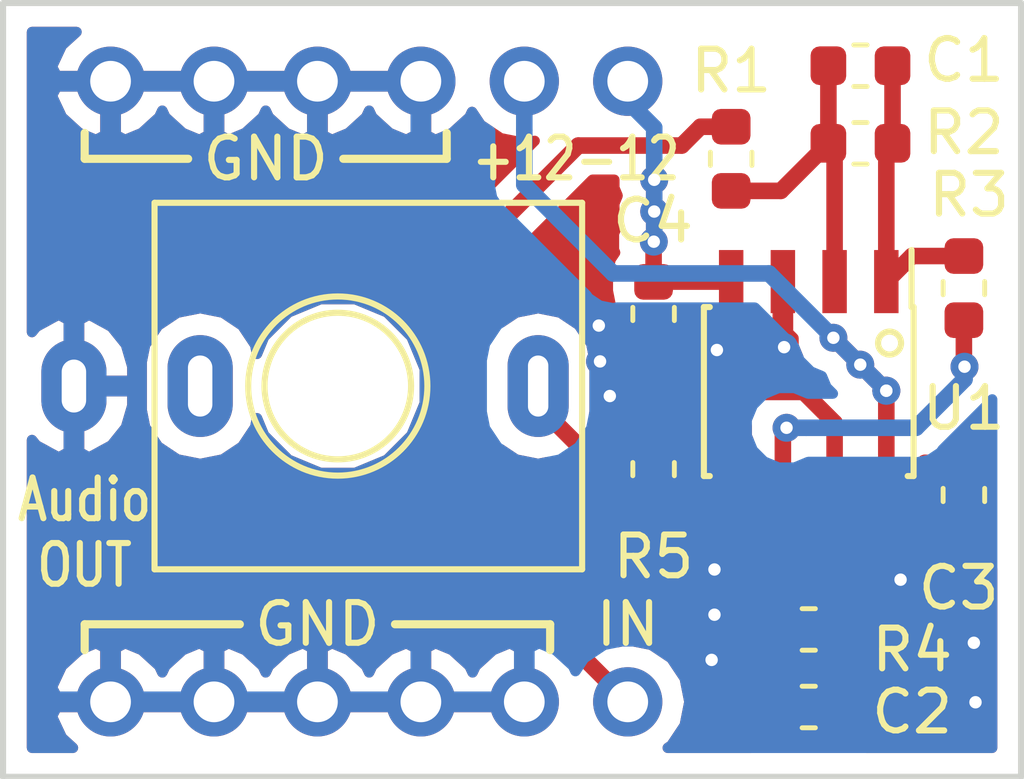
<source format=kicad_pcb>
(kicad_pcb (version 20171130) (host pcbnew "(5.0.0-3-g5ebb6b6)")

  (general
    (thickness 1.6)
    (drawings 19)
    (tracks 84)
    (zones 0)
    (modules 13)
    (nets 11)
  )

  (page A4)
  (layers
    (0 F.Cu signal)
    (31 B.Cu signal)
    (32 B.Adhes user)
    (33 F.Adhes user)
    (34 B.Paste user)
    (35 F.Paste user)
    (36 B.SilkS user)
    (37 F.SilkS user)
    (38 B.Mask user)
    (39 F.Mask user)
    (40 Dwgs.User user)
    (41 Cmts.User user)
    (42 Eco1.User user)
    (43 Eco2.User user)
    (44 Edge.Cuts user)
    (45 Margin user)
    (46 B.CrtYd user hide)
    (47 F.CrtYd user hide)
    (48 B.Fab user hide)
    (49 F.Fab user hide)
  )

  (setup
    (last_trace_width 0.4064)
    (user_trace_width 0.1524)
    (user_trace_width 0.254)
    (user_trace_width 0.4064)
    (user_trace_width 0.635)
    (trace_clearance 0.1524)
    (zone_clearance 0.508)
    (zone_45_only no)
    (trace_min 0.1524)
    (segment_width 0.2)
    (edge_width 0.15)
    (via_size 0.6858)
    (via_drill 0.3048)
    (via_min_size 0.6858)
    (via_min_drill 0.3048)
    (uvia_size 0.3048)
    (uvia_drill 0.1524)
    (uvias_allowed no)
    (uvia_min_size 0.2)
    (uvia_min_drill 0.1)
    (pcb_text_width 0.3)
    (pcb_text_size 1.5 1.5)
    (mod_edge_width 0.15)
    (mod_text_size 1 1)
    (mod_text_width 0.15)
    (pad_size 1.524 1.524)
    (pad_drill 0.762)
    (pad_to_mask_clearance 0.2)
    (aux_axis_origin 0 0)
    (visible_elements FFFFFF7F)
    (pcbplotparams
      (layerselection 0x010fc_ffffffff)
      (usegerberextensions false)
      (usegerberattributes false)
      (usegerberadvancedattributes false)
      (creategerberjobfile false)
      (excludeedgelayer true)
      (linewidth 0.100000)
      (plotframeref false)
      (viasonmask false)
      (mode 1)
      (useauxorigin false)
      (hpglpennumber 1)
      (hpglpenspeed 20)
      (hpglpendiameter 15.000000)
      (psnegative false)
      (psa4output false)
      (plotreference true)
      (plotvalue true)
      (plotinvisibletext false)
      (padsonsilk false)
      (subtractmaskfromsilk false)
      (outputformat 1)
      (mirror false)
      (drillshape 1)
      (scaleselection 1)
      (outputdirectory ""))
  )

  (net 0 "")
  (net 1 "Net-(C1-Pad1)")
  (net 2 GND)
  (net 3 "Net-(C2-Pad1)")
  (net 4 "Net-(C1-Pad2)")
  (net 5 "Net-(C2-Pad2)")
  (net 6 +12V)
  (net 7 -12V)
  (net 8 "Net-(J1-Pad1)")
  (net 9 "Net-(J2-PadTN)")
  (net 10 "Net-(J2-PadT)")

  (net_class Default "This is the default net class."
    (clearance 0.1524)
    (trace_width 0.1524)
    (via_dia 0.6858)
    (via_drill 0.3048)
    (uvia_dia 0.3048)
    (uvia_drill 0.1524)
    (diff_pair_gap 0.1524)
    (diff_pair_width 0.1524)
    (add_net +12V)
    (add_net -12V)
    (add_net GND)
    (add_net "Net-(C1-Pad1)")
    (add_net "Net-(C1-Pad2)")
    (add_net "Net-(C2-Pad1)")
    (add_net "Net-(C2-Pad2)")
    (add_net "Net-(J1-Pad1)")
    (add_net "Net-(J2-PadT)")
    (add_net "Net-(J2-PadTN)")
  )

  (module Connector_PinHeader_2.54mm:PinHeader_1x06_P2.54mm_Vertical (layer B.Cu) (tedit 5FCA88E1) (tstamp 5FCA86FB)
    (at 116.34 73.16 90)
    (descr "Through hole straight pin header, 1x06, 2.54mm pitch, single row")
    (tags "Through hole pin header THT 1x06 2.54mm single row")
    (path /5FC933AD)
    (fp_text reference J1 (at 0 2.33 90) (layer B.SilkS) hide
      (effects (font (size 1 1) (thickness 0.15)) (justify mirror))
    )
    (fp_text value IN (at 0 -15.03 90) (layer B.Fab)
      (effects (font (size 1 1) (thickness 0.15)) (justify mirror))
    )
    (fp_text user %R (at 0 -6.35) (layer B.Fab)
      (effects (font (size 1 1) (thickness 0.15)) (justify mirror))
    )
    (fp_line (start 1.8 1.8) (end -1.8 1.8) (layer B.CrtYd) (width 0.05))
    (fp_line (start 1.8 -14.5) (end 1.8 1.8) (layer B.CrtYd) (width 0.05))
    (fp_line (start -1.8 -14.5) (end 1.8 -14.5) (layer B.CrtYd) (width 0.05))
    (fp_line (start -1.8 1.8) (end -1.8 -14.5) (layer B.CrtYd) (width 0.05))
    (fp_line (start -1.27 0.635) (end -0.635 1.27) (layer B.Fab) (width 0.1))
    (fp_line (start -1.27 -13.97) (end -1.27 0.635) (layer B.Fab) (width 0.1))
    (fp_line (start 1.27 -13.97) (end -1.27 -13.97) (layer B.Fab) (width 0.1))
    (fp_line (start 1.27 1.27) (end 1.27 -13.97) (layer B.Fab) (width 0.1))
    (fp_line (start -0.635 1.27) (end 1.27 1.27) (layer B.Fab) (width 0.1))
    (pad 6 thru_hole oval (at 0 -12.7 90) (size 1.7 1.7) (drill 1) (layers *.Cu *.Mask)
      (net 2 GND))
    (pad 5 thru_hole oval (at 0 -10.16 90) (size 1.7 1.7) (drill 1) (layers *.Cu *.Mask)
      (net 2 GND))
    (pad 4 thru_hole oval (at 0 -7.62 90) (size 1.7 1.7) (drill 1) (layers *.Cu *.Mask)
      (net 2 GND))
    (pad 3 thru_hole oval (at 0 -5.08 90) (size 1.7 1.7) (drill 1) (layers *.Cu *.Mask)
      (net 2 GND))
    (pad 2 thru_hole oval (at 0 -2.54 90) (size 1.7 1.7) (drill 1) (layers *.Cu *.Mask)
      (net 2 GND))
    (pad 1 thru_hole oval (at 0 0 90) (size 1.7 1.7) (drill 1) (layers *.Cu *.Mask)
      (net 8 "Net-(J1-Pad1)"))
    (model ${KISYS3DMOD}/Connector_PinHeader_2.54mm.3dshapes/PinHeader_1x06_P2.54mm_Vertical.wrl
      (at (xyz 0 0 0))
      (scale (xyz 1 1 1))
      (rotate (xyz 0 0 0))
    )
  )

  (module Connector_PinHeader_2.54mm:PinHeader_1x06_P2.54mm_Vertical (layer B.Cu) (tedit 5FC942C9) (tstamp 5FCA2C6E)
    (at 103.64 57.92 270)
    (descr "Through hole straight pin header, 1x06, 2.54mm pitch, single row")
    (tags "Through hole pin header THT 1x06 2.54mm single row")
    (path /5FCA991E)
    (fp_text reference J3 (at 0 2.33 270) (layer B.SilkS) hide
      (effects (font (size 1 1) (thickness 0.15)) (justify mirror))
    )
    (fp_text value POWER (at 0 -15.03 270) (layer B.Fab)
      (effects (font (size 1 1) (thickness 0.15)) (justify mirror))
    )
    (fp_text user %R (at 0 -6.35 180) (layer B.Fab)
      (effects (font (size 1 1) (thickness 0.15)) (justify mirror))
    )
    (fp_line (start 1.8 1.8) (end -1.8 1.8) (layer B.CrtYd) (width 0.05))
    (fp_line (start 1.8 -14.5) (end 1.8 1.8) (layer B.CrtYd) (width 0.05))
    (fp_line (start -1.8 -14.5) (end 1.8 -14.5) (layer B.CrtYd) (width 0.05))
    (fp_line (start -1.8 1.8) (end -1.8 -14.5) (layer B.CrtYd) (width 0.05))
    (fp_line (start -1.27 0.635) (end -0.635 1.27) (layer B.Fab) (width 0.1))
    (fp_line (start -1.27 -13.97) (end -1.27 0.635) (layer B.Fab) (width 0.1))
    (fp_line (start 1.27 -13.97) (end -1.27 -13.97) (layer B.Fab) (width 0.1))
    (fp_line (start 1.27 1.27) (end 1.27 -13.97) (layer B.Fab) (width 0.1))
    (fp_line (start -0.635 1.27) (end 1.27 1.27) (layer B.Fab) (width 0.1))
    (pad 6 thru_hole oval (at 0 -12.7 270) (size 1.7 1.7) (drill 1) (layers *.Cu *.Mask)
      (net 7 -12V))
    (pad 5 thru_hole oval (at 0 -10.16 270) (size 1.7 1.7) (drill 1) (layers *.Cu *.Mask)
      (net 6 +12V))
    (pad 4 thru_hole oval (at 0 -7.62 270) (size 1.7 1.7) (drill 1) (layers *.Cu *.Mask)
      (net 2 GND))
    (pad 3 thru_hole oval (at 0 -5.08 270) (size 1.7 1.7) (drill 1) (layers *.Cu *.Mask)
      (net 2 GND))
    (pad 2 thru_hole oval (at 0 -2.54 270) (size 1.7 1.7) (drill 1) (layers *.Cu *.Mask)
      (net 2 GND))
    (pad 1 thru_hole oval (at 0 0 270) (size 1.7 1.7) (drill 1) (layers *.Cu *.Mask)
      (net 2 GND))
    (model ${KISYS3DMOD}/Connector_PinHeader_2.54mm.3dshapes/PinHeader_1x06_P2.54mm_Vertical.wrl
      (at (xyz 0 0 0))
      (scale (xyz 1 1 1))
      (rotate (xyz 0 0 0))
    )
  )

  (module Capacitor_SMD:C_0603_1608Metric (layer F.Cu) (tedit 5B301BBE) (tstamp 5FCA2467)
    (at 122.055 57.539 180)
    (descr "Capacitor SMD 0603 (1608 Metric), square (rectangular) end terminal, IPC_7351 nominal, (Body size source: http://www.tortai-tech.com/upload/download/2011102023233369053.pdf), generated with kicad-footprint-generator")
    (tags capacitor)
    (path /5FC94BD6)
    (attr smd)
    (fp_text reference C1 (at -2.54 0.135 180) (layer F.SilkS)
      (effects (font (size 1 1) (thickness 0.15)))
    )
    (fp_text value 47p (at 0 1.43 180) (layer F.Fab)
      (effects (font (size 1 1) (thickness 0.15)))
    )
    (fp_line (start -0.8 0.4) (end -0.8 -0.4) (layer F.Fab) (width 0.1))
    (fp_line (start -0.8 -0.4) (end 0.8 -0.4) (layer F.Fab) (width 0.1))
    (fp_line (start 0.8 -0.4) (end 0.8 0.4) (layer F.Fab) (width 0.1))
    (fp_line (start 0.8 0.4) (end -0.8 0.4) (layer F.Fab) (width 0.1))
    (fp_line (start -0.162779 -0.51) (end 0.162779 -0.51) (layer F.SilkS) (width 0.12))
    (fp_line (start -0.162779 0.51) (end 0.162779 0.51) (layer F.SilkS) (width 0.12))
    (fp_line (start -1.48 0.73) (end -1.48 -0.73) (layer F.CrtYd) (width 0.05))
    (fp_line (start -1.48 -0.73) (end 1.48 -0.73) (layer F.CrtYd) (width 0.05))
    (fp_line (start 1.48 -0.73) (end 1.48 0.73) (layer F.CrtYd) (width 0.05))
    (fp_line (start 1.48 0.73) (end -1.48 0.73) (layer F.CrtYd) (width 0.05))
    (fp_text user %R (at 0 0 180) (layer F.Fab)
      (effects (font (size 0.4 0.4) (thickness 0.06)))
    )
    (pad 1 smd roundrect (at -0.7875 0 180) (size 0.875 0.95) (layers F.Cu F.Paste F.Mask) (roundrect_rratio 0.25)
      (net 1 "Net-(C1-Pad1)"))
    (pad 2 smd roundrect (at 0.7875 0 180) (size 0.875 0.95) (layers F.Cu F.Paste F.Mask) (roundrect_rratio 0.25)
      (net 4 "Net-(C1-Pad2)"))
    (model ${KISYS3DMOD}/Capacitor_SMD.3dshapes/C_0603_1608Metric.wrl
      (at (xyz 0 0 0))
      (scale (xyz 1 1 1))
      (rotate (xyz 0 0 0))
    )
  )

  (module Capacitor_SMD:C_0603_1608Metric (layer F.Cu) (tedit 5B301BBE) (tstamp 5FCA2557)
    (at 120.785 73.287 180)
    (descr "Capacitor SMD 0603 (1608 Metric), square (rectangular) end terminal, IPC_7351 nominal, (Body size source: http://www.tortai-tech.com/upload/download/2011102023233369053.pdf), generated with kicad-footprint-generator")
    (tags capacitor)
    (path /5FCAFA2E)
    (attr smd)
    (fp_text reference C2 (at -2.54 -0.119 180) (layer F.SilkS)
      (effects (font (size 1 1) (thickness 0.15)))
    )
    (fp_text value 47p (at 0 1.43 180) (layer F.Fab)
      (effects (font (size 1 1) (thickness 0.15)))
    )
    (fp_text user %R (at 0 0 180) (layer F.Fab)
      (effects (font (size 0.4 0.4) (thickness 0.06)))
    )
    (fp_line (start 1.48 0.73) (end -1.48 0.73) (layer F.CrtYd) (width 0.05))
    (fp_line (start 1.48 -0.73) (end 1.48 0.73) (layer F.CrtYd) (width 0.05))
    (fp_line (start -1.48 -0.73) (end 1.48 -0.73) (layer F.CrtYd) (width 0.05))
    (fp_line (start -1.48 0.73) (end -1.48 -0.73) (layer F.CrtYd) (width 0.05))
    (fp_line (start -0.162779 0.51) (end 0.162779 0.51) (layer F.SilkS) (width 0.12))
    (fp_line (start -0.162779 -0.51) (end 0.162779 -0.51) (layer F.SilkS) (width 0.12))
    (fp_line (start 0.8 0.4) (end -0.8 0.4) (layer F.Fab) (width 0.1))
    (fp_line (start 0.8 -0.4) (end 0.8 0.4) (layer F.Fab) (width 0.1))
    (fp_line (start -0.8 -0.4) (end 0.8 -0.4) (layer F.Fab) (width 0.1))
    (fp_line (start -0.8 0.4) (end -0.8 -0.4) (layer F.Fab) (width 0.1))
    (pad 2 smd roundrect (at 0.7875 0 180) (size 0.875 0.95) (layers F.Cu F.Paste F.Mask) (roundrect_rratio 0.25)
      (net 5 "Net-(C2-Pad2)"))
    (pad 1 smd roundrect (at -0.7875 0 180) (size 0.875 0.95) (layers F.Cu F.Paste F.Mask) (roundrect_rratio 0.25)
      (net 3 "Net-(C2-Pad1)"))
    (model ${KISYS3DMOD}/Capacitor_SMD.3dshapes/C_0603_1608Metric.wrl
      (at (xyz 0 0 0))
      (scale (xyz 1 1 1))
      (rotate (xyz 0 0 0))
    )
  )

  (module Capacitor_SMD:C_0603_1608Metric (layer F.Cu) (tedit 5B301BBE) (tstamp 5FCA2527)
    (at 124.595 68.08 270)
    (descr "Capacitor SMD 0603 (1608 Metric), square (rectangular) end terminal, IPC_7351 nominal, (Body size source: http://www.tortai-tech.com/upload/download/2011102023233369053.pdf), generated with kicad-footprint-generator")
    (tags capacitor)
    (path /5FC94671)
    (attr smd)
    (fp_text reference C3 (at 2.286 0.127) (layer F.SilkS)
      (effects (font (size 1 1) (thickness 0.15)))
    )
    (fp_text value 100n (at 0 1.43 270) (layer F.Fab)
      (effects (font (size 1 1) (thickness 0.15)))
    )
    (fp_line (start -0.8 0.4) (end -0.8 -0.4) (layer F.Fab) (width 0.1))
    (fp_line (start -0.8 -0.4) (end 0.8 -0.4) (layer F.Fab) (width 0.1))
    (fp_line (start 0.8 -0.4) (end 0.8 0.4) (layer F.Fab) (width 0.1))
    (fp_line (start 0.8 0.4) (end -0.8 0.4) (layer F.Fab) (width 0.1))
    (fp_line (start -0.162779 -0.51) (end 0.162779 -0.51) (layer F.SilkS) (width 0.12))
    (fp_line (start -0.162779 0.51) (end 0.162779 0.51) (layer F.SilkS) (width 0.12))
    (fp_line (start -1.48 0.73) (end -1.48 -0.73) (layer F.CrtYd) (width 0.05))
    (fp_line (start -1.48 -0.73) (end 1.48 -0.73) (layer F.CrtYd) (width 0.05))
    (fp_line (start 1.48 -0.73) (end 1.48 0.73) (layer F.CrtYd) (width 0.05))
    (fp_line (start 1.48 0.73) (end -1.48 0.73) (layer F.CrtYd) (width 0.05))
    (fp_text user %R (at 0 0 270) (layer F.Fab)
      (effects (font (size 0.4 0.4) (thickness 0.06)))
    )
    (pad 1 smd roundrect (at -0.7875 0 270) (size 0.875 0.95) (layers F.Cu F.Paste F.Mask) (roundrect_rratio 0.25)
      (net 6 +12V))
    (pad 2 smd roundrect (at 0.7875 0 270) (size 0.875 0.95) (layers F.Cu F.Paste F.Mask) (roundrect_rratio 0.25)
      (net 2 GND))
    (model ${KISYS3DMOD}/Capacitor_SMD.3dshapes/C_0603_1608Metric.wrl
      (at (xyz 0 0 0))
      (scale (xyz 1 1 1))
      (rotate (xyz 0 0 0))
    )
  )

  (module Capacitor_SMD:C_0603_1608Metric (layer F.Cu) (tedit 5B301BBE) (tstamp 5FCA24F7)
    (at 116.975 63.635 90)
    (descr "Capacitor SMD 0603 (1608 Metric), square (rectangular) end terminal, IPC_7351 nominal, (Body size source: http://www.tortai-tech.com/upload/download/2011102023233369053.pdf), generated with kicad-footprint-generator")
    (tags capacitor)
    (path /5FCA8BA7)
    (attr smd)
    (fp_text reference C4 (at 2.285 -0.015 180) (layer F.SilkS)
      (effects (font (size 1 1) (thickness 0.15)))
    )
    (fp_text value 100n (at 0 1.43 90) (layer F.Fab)
      (effects (font (size 1 1) (thickness 0.15)))
    )
    (fp_text user %R (at 0 0 90) (layer F.Fab)
      (effects (font (size 0.4 0.4) (thickness 0.06)))
    )
    (fp_line (start 1.48 0.73) (end -1.48 0.73) (layer F.CrtYd) (width 0.05))
    (fp_line (start 1.48 -0.73) (end 1.48 0.73) (layer F.CrtYd) (width 0.05))
    (fp_line (start -1.48 -0.73) (end 1.48 -0.73) (layer F.CrtYd) (width 0.05))
    (fp_line (start -1.48 0.73) (end -1.48 -0.73) (layer F.CrtYd) (width 0.05))
    (fp_line (start -0.162779 0.51) (end 0.162779 0.51) (layer F.SilkS) (width 0.12))
    (fp_line (start -0.162779 -0.51) (end 0.162779 -0.51) (layer F.SilkS) (width 0.12))
    (fp_line (start 0.8 0.4) (end -0.8 0.4) (layer F.Fab) (width 0.1))
    (fp_line (start 0.8 -0.4) (end 0.8 0.4) (layer F.Fab) (width 0.1))
    (fp_line (start -0.8 -0.4) (end 0.8 -0.4) (layer F.Fab) (width 0.1))
    (fp_line (start -0.8 0.4) (end -0.8 -0.4) (layer F.Fab) (width 0.1))
    (pad 2 smd roundrect (at 0.7875 0 90) (size 0.875 0.95) (layers F.Cu F.Paste F.Mask) (roundrect_rratio 0.25)
      (net 7 -12V))
    (pad 1 smd roundrect (at -0.7875 0 90) (size 0.875 0.95) (layers F.Cu F.Paste F.Mask) (roundrect_rratio 0.25)
      (net 2 GND))
    (model ${KISYS3DMOD}/Capacitor_SMD.3dshapes/C_0603_1608Metric.wrl
      (at (xyz 0 0 0))
      (scale (xyz 1 1 1))
      (rotate (xyz 0 0 0))
    )
  )

  (module Resistor_SMD:R_0603_1608Metric (layer F.Cu) (tedit 5B301BBD) (tstamp 5FCA24C7)
    (at 118.88 59.825 90)
    (descr "Resistor SMD 0603 (1608 Metric), square (rectangular) end terminal, IPC_7351 nominal, (Body size source: http://www.tortai-tech.com/upload/download/2011102023233369053.pdf), generated with kicad-footprint-generator")
    (tags resistor)
    (path /5FC9316D)
    (attr smd)
    (fp_text reference R1 (at 2.159 0 180) (layer F.SilkS)
      (effects (font (size 1 1) (thickness 0.15)))
    )
    (fp_text value 10k (at 0 1.43 90) (layer F.Fab)
      (effects (font (size 1 1) (thickness 0.15)))
    )
    (fp_line (start -0.8 0.4) (end -0.8 -0.4) (layer F.Fab) (width 0.1))
    (fp_line (start -0.8 -0.4) (end 0.8 -0.4) (layer F.Fab) (width 0.1))
    (fp_line (start 0.8 -0.4) (end 0.8 0.4) (layer F.Fab) (width 0.1))
    (fp_line (start 0.8 0.4) (end -0.8 0.4) (layer F.Fab) (width 0.1))
    (fp_line (start -0.162779 -0.51) (end 0.162779 -0.51) (layer F.SilkS) (width 0.12))
    (fp_line (start -0.162779 0.51) (end 0.162779 0.51) (layer F.SilkS) (width 0.12))
    (fp_line (start -1.48 0.73) (end -1.48 -0.73) (layer F.CrtYd) (width 0.05))
    (fp_line (start -1.48 -0.73) (end 1.48 -0.73) (layer F.CrtYd) (width 0.05))
    (fp_line (start 1.48 -0.73) (end 1.48 0.73) (layer F.CrtYd) (width 0.05))
    (fp_line (start 1.48 0.73) (end -1.48 0.73) (layer F.CrtYd) (width 0.05))
    (fp_text user %R (at 0 0 90) (layer F.Fab)
      (effects (font (size 0.4 0.4) (thickness 0.06)))
    )
    (pad 1 smd roundrect (at -0.7875 0 90) (size 0.875 0.95) (layers F.Cu F.Paste F.Mask) (roundrect_rratio 0.25)
      (net 4 "Net-(C1-Pad2)"))
    (pad 2 smd roundrect (at 0.7875 0 90) (size 0.875 0.95) (layers F.Cu F.Paste F.Mask) (roundrect_rratio 0.25)
      (net 8 "Net-(J1-Pad1)"))
    (model ${KISYS3DMOD}/Resistor_SMD.3dshapes/R_0603_1608Metric.wrl
      (at (xyz 0 0 0))
      (scale (xyz 1 1 1))
      (rotate (xyz 0 0 0))
    )
  )

  (module Resistor_SMD:R_0603_1608Metric (layer F.Cu) (tedit 5B301BBD) (tstamp 5FCA2497)
    (at 122.055 59.444 180)
    (descr "Resistor SMD 0603 (1608 Metric), square (rectangular) end terminal, IPC_7351 nominal, (Body size source: http://www.tortai-tech.com/upload/download/2011102023233369053.pdf), generated with kicad-footprint-generator")
    (tags resistor)
    (path /5FCA6E46)
    (attr smd)
    (fp_text reference R2 (at -2.54 0.262 180) (layer F.SilkS)
      (effects (font (size 1 1) (thickness 0.15)))
    )
    (fp_text value 100k (at 0 1.43 180) (layer F.Fab)
      (effects (font (size 1 1) (thickness 0.15)))
    )
    (fp_text user %R (at 0 0 180) (layer F.Fab)
      (effects (font (size 0.4 0.4) (thickness 0.06)))
    )
    (fp_line (start 1.48 0.73) (end -1.48 0.73) (layer F.CrtYd) (width 0.05))
    (fp_line (start 1.48 -0.73) (end 1.48 0.73) (layer F.CrtYd) (width 0.05))
    (fp_line (start -1.48 -0.73) (end 1.48 -0.73) (layer F.CrtYd) (width 0.05))
    (fp_line (start -1.48 0.73) (end -1.48 -0.73) (layer F.CrtYd) (width 0.05))
    (fp_line (start -0.162779 0.51) (end 0.162779 0.51) (layer F.SilkS) (width 0.12))
    (fp_line (start -0.162779 -0.51) (end 0.162779 -0.51) (layer F.SilkS) (width 0.12))
    (fp_line (start 0.8 0.4) (end -0.8 0.4) (layer F.Fab) (width 0.1))
    (fp_line (start 0.8 -0.4) (end 0.8 0.4) (layer F.Fab) (width 0.1))
    (fp_line (start -0.8 -0.4) (end 0.8 -0.4) (layer F.Fab) (width 0.1))
    (fp_line (start -0.8 0.4) (end -0.8 -0.4) (layer F.Fab) (width 0.1))
    (pad 2 smd roundrect (at 0.7875 0 180) (size 0.875 0.95) (layers F.Cu F.Paste F.Mask) (roundrect_rratio 0.25)
      (net 4 "Net-(C1-Pad2)"))
    (pad 1 smd roundrect (at -0.7875 0 180) (size 0.875 0.95) (layers F.Cu F.Paste F.Mask) (roundrect_rratio 0.25)
      (net 1 "Net-(C1-Pad1)"))
    (model ${KISYS3DMOD}/Resistor_SMD.3dshapes/R_0603_1608Metric.wrl
      (at (xyz 0 0 0))
      (scale (xyz 1 1 1))
      (rotate (xyz 0 0 0))
    )
  )

  (module Resistor_SMD:R_0603_1608Metric (layer F.Cu) (tedit 5B301BBD) (tstamp 5FCA2587)
    (at 124.595 63 90)
    (descr "Resistor SMD 0603 (1608 Metric), square (rectangular) end terminal, IPC_7351 nominal, (Body size source: http://www.tortai-tech.com/upload/download/2011102023233369053.pdf), generated with kicad-footprint-generator")
    (tags resistor)
    (path /5FCA85EE)
    (attr smd)
    (fp_text reference R3 (at 2.286 0.127 180) (layer F.SilkS)
      (effects (font (size 1 1) (thickness 0.15)))
    )
    (fp_text value 100k (at 0 1.43 90) (layer F.Fab)
      (effects (font (size 1 1) (thickness 0.15)))
    )
    (fp_line (start -0.8 0.4) (end -0.8 -0.4) (layer F.Fab) (width 0.1))
    (fp_line (start -0.8 -0.4) (end 0.8 -0.4) (layer F.Fab) (width 0.1))
    (fp_line (start 0.8 -0.4) (end 0.8 0.4) (layer F.Fab) (width 0.1))
    (fp_line (start 0.8 0.4) (end -0.8 0.4) (layer F.Fab) (width 0.1))
    (fp_line (start -0.162779 -0.51) (end 0.162779 -0.51) (layer F.SilkS) (width 0.12))
    (fp_line (start -0.162779 0.51) (end 0.162779 0.51) (layer F.SilkS) (width 0.12))
    (fp_line (start -1.48 0.73) (end -1.48 -0.73) (layer F.CrtYd) (width 0.05))
    (fp_line (start -1.48 -0.73) (end 1.48 -0.73) (layer F.CrtYd) (width 0.05))
    (fp_line (start 1.48 -0.73) (end 1.48 0.73) (layer F.CrtYd) (width 0.05))
    (fp_line (start 1.48 0.73) (end -1.48 0.73) (layer F.CrtYd) (width 0.05))
    (fp_text user %R (at 0 0 90) (layer F.Fab)
      (effects (font (size 0.4 0.4) (thickness 0.06)))
    )
    (pad 1 smd roundrect (at -0.7875 0 90) (size 0.875 0.95) (layers F.Cu F.Paste F.Mask) (roundrect_rratio 0.25)
      (net 5 "Net-(C2-Pad2)"))
    (pad 2 smd roundrect (at 0.7875 0 90) (size 0.875 0.95) (layers F.Cu F.Paste F.Mask) (roundrect_rratio 0.25)
      (net 1 "Net-(C1-Pad1)"))
    (model ${KISYS3DMOD}/Resistor_SMD.3dshapes/R_0603_1608Metric.wrl
      (at (xyz 0 0 0))
      (scale (xyz 1 1 1))
      (rotate (xyz 0 0 0))
    )
  )

  (module Resistor_SMD:R_0603_1608Metric (layer F.Cu) (tedit 5B301BBD) (tstamp 5FCA263B)
    (at 120.785 71.382 180)
    (descr "Resistor SMD 0603 (1608 Metric), square (rectangular) end terminal, IPC_7351 nominal, (Body size source: http://www.tortai-tech.com/upload/download/2011102023233369053.pdf), generated with kicad-footprint-generator")
    (tags resistor)
    (path /5FC92D66)
    (attr smd)
    (fp_text reference R4 (at -2.54 -0.5 180) (layer F.SilkS)
      (effects (font (size 1 1) (thickness 0.15)))
    )
    (fp_text value 100k (at 0 1.43 180) (layer F.Fab)
      (effects (font (size 1 1) (thickness 0.15)))
    )
    (fp_text user %R (at 0 0 180) (layer F.Fab)
      (effects (font (size 0.4 0.4) (thickness 0.06)))
    )
    (fp_line (start 1.48 0.73) (end -1.48 0.73) (layer F.CrtYd) (width 0.05))
    (fp_line (start 1.48 -0.73) (end 1.48 0.73) (layer F.CrtYd) (width 0.05))
    (fp_line (start -1.48 -0.73) (end 1.48 -0.73) (layer F.CrtYd) (width 0.05))
    (fp_line (start -1.48 0.73) (end -1.48 -0.73) (layer F.CrtYd) (width 0.05))
    (fp_line (start -0.162779 0.51) (end 0.162779 0.51) (layer F.SilkS) (width 0.12))
    (fp_line (start -0.162779 -0.51) (end 0.162779 -0.51) (layer F.SilkS) (width 0.12))
    (fp_line (start 0.8 0.4) (end -0.8 0.4) (layer F.Fab) (width 0.1))
    (fp_line (start 0.8 -0.4) (end 0.8 0.4) (layer F.Fab) (width 0.1))
    (fp_line (start -0.8 -0.4) (end 0.8 -0.4) (layer F.Fab) (width 0.1))
    (fp_line (start -0.8 0.4) (end -0.8 -0.4) (layer F.Fab) (width 0.1))
    (pad 2 smd roundrect (at 0.7875 0 180) (size 0.875 0.95) (layers F.Cu F.Paste F.Mask) (roundrect_rratio 0.25)
      (net 5 "Net-(C2-Pad2)"))
    (pad 1 smd roundrect (at -0.7875 0 180) (size 0.875 0.95) (layers F.Cu F.Paste F.Mask) (roundrect_rratio 0.25)
      (net 3 "Net-(C2-Pad1)"))
    (model ${KISYS3DMOD}/Resistor_SMD.3dshapes/R_0603_1608Metric.wrl
      (at (xyz 0 0 0))
      (scale (xyz 1 1 1))
      (rotate (xyz 0 0 0))
    )
  )

  (module Resistor_SMD:R_0603_1608Metric (layer F.Cu) (tedit 5B301BBD) (tstamp 5FC96AFD)
    (at 116.975 67.445 90)
    (descr "Resistor SMD 0603 (1608 Metric), square (rectangular) end terminal, IPC_7351 nominal, (Body size source: http://www.tortai-tech.com/upload/download/2011102023233369053.pdf), generated with kicad-footprint-generator")
    (tags resistor)
    (path /5FC9323B)
    (attr smd)
    (fp_text reference R5 (at -2.151 0 -180) (layer F.SilkS)
      (effects (font (size 1 1) (thickness 0.15)))
    )
    (fp_text value 1k (at 0 1.43 90) (layer F.Fab)
      (effects (font (size 1 1) (thickness 0.15)))
    )
    (fp_line (start -0.8 0.4) (end -0.8 -0.4) (layer F.Fab) (width 0.1))
    (fp_line (start -0.8 -0.4) (end 0.8 -0.4) (layer F.Fab) (width 0.1))
    (fp_line (start 0.8 -0.4) (end 0.8 0.4) (layer F.Fab) (width 0.1))
    (fp_line (start 0.8 0.4) (end -0.8 0.4) (layer F.Fab) (width 0.1))
    (fp_line (start -0.162779 -0.51) (end 0.162779 -0.51) (layer F.SilkS) (width 0.12))
    (fp_line (start -0.162779 0.51) (end 0.162779 0.51) (layer F.SilkS) (width 0.12))
    (fp_line (start -1.48 0.73) (end -1.48 -0.73) (layer F.CrtYd) (width 0.05))
    (fp_line (start -1.48 -0.73) (end 1.48 -0.73) (layer F.CrtYd) (width 0.05))
    (fp_line (start 1.48 -0.73) (end 1.48 0.73) (layer F.CrtYd) (width 0.05))
    (fp_line (start 1.48 0.73) (end -1.48 0.73) (layer F.CrtYd) (width 0.05))
    (fp_text user %R (at 0 0 90) (layer F.Fab)
      (effects (font (size 0.4 0.4) (thickness 0.06)))
    )
    (pad 1 smd roundrect (at -0.7875 0 90) (size 0.875 0.95) (layers F.Cu F.Paste F.Mask) (roundrect_rratio 0.25)
      (net 10 "Net-(J2-PadT)"))
    (pad 2 smd roundrect (at 0.7875 0 90) (size 0.875 0.95) (layers F.Cu F.Paste F.Mask) (roundrect_rratio 0.25)
      (net 3 "Net-(C2-Pad1)"))
    (model ${KISYS3DMOD}/Resistor_SMD.3dshapes/R_0603_1608Metric.wrl
      (at (xyz 0 0 0))
      (scale (xyz 1 1 1))
      (rotate (xyz 0 0 0))
    )
  )

  (module Package_SO:SOIC-8_3.9x4.9mm_P1.27mm (layer F.Cu) (tedit 5A02F2D3) (tstamp 5FCA25C3)
    (at 120.785 65.54 270)
    (descr "8-Lead Plastic Small Outline (SN) - Narrow, 3.90 mm Body [SOIC] (see Microchip Packaging Specification 00000049BS.pdf)")
    (tags "SOIC 1.27")
    (path /5FC92B57)
    (attr smd)
    (fp_text reference U1 (at 0.41 -3.805) (layer F.SilkS)
      (effects (font (size 1 1) (thickness 0.15)))
    )
    (fp_text value TL072 (at 0 3.5 270) (layer F.Fab)
      (effects (font (size 1 1) (thickness 0.15)))
    )
    (fp_text user %R (at 0 0 270) (layer F.Fab)
      (effects (font (size 1 1) (thickness 0.15)))
    )
    (fp_line (start -0.95 -2.45) (end 1.95 -2.45) (layer F.Fab) (width 0.1))
    (fp_line (start 1.95 -2.45) (end 1.95 2.45) (layer F.Fab) (width 0.1))
    (fp_line (start 1.95 2.45) (end -1.95 2.45) (layer F.Fab) (width 0.1))
    (fp_line (start -1.95 2.45) (end -1.95 -1.45) (layer F.Fab) (width 0.1))
    (fp_line (start -1.95 -1.45) (end -0.95 -2.45) (layer F.Fab) (width 0.1))
    (fp_line (start -3.73 -2.7) (end -3.73 2.7) (layer F.CrtYd) (width 0.05))
    (fp_line (start 3.73 -2.7) (end 3.73 2.7) (layer F.CrtYd) (width 0.05))
    (fp_line (start -3.73 -2.7) (end 3.73 -2.7) (layer F.CrtYd) (width 0.05))
    (fp_line (start -3.73 2.7) (end 3.73 2.7) (layer F.CrtYd) (width 0.05))
    (fp_line (start -2.075 -2.575) (end -2.075 -2.525) (layer F.SilkS) (width 0.15))
    (fp_line (start 2.075 -2.575) (end 2.075 -2.43) (layer F.SilkS) (width 0.15))
    (fp_line (start 2.075 2.575) (end 2.075 2.43) (layer F.SilkS) (width 0.15))
    (fp_line (start -2.075 2.575) (end -2.075 2.43) (layer F.SilkS) (width 0.15))
    (fp_line (start -2.075 -2.575) (end 2.075 -2.575) (layer F.SilkS) (width 0.15))
    (fp_line (start -2.075 2.575) (end 2.075 2.575) (layer F.SilkS) (width 0.15))
    (fp_line (start -2.075 -2.525) (end -3.475 -2.525) (layer F.SilkS) (width 0.15))
    (pad 1 smd rect (at -2.7 -1.905 270) (size 1.55 0.6) (layers F.Cu F.Paste F.Mask)
      (net 1 "Net-(C1-Pad1)"))
    (pad 2 smd rect (at -2.7 -0.635 270) (size 1.55 0.6) (layers F.Cu F.Paste F.Mask)
      (net 4 "Net-(C1-Pad2)"))
    (pad 3 smd rect (at -2.7 0.635 270) (size 1.55 0.6) (layers F.Cu F.Paste F.Mask)
      (net 2 GND))
    (pad 4 smd rect (at -2.7 1.905 270) (size 1.55 0.6) (layers F.Cu F.Paste F.Mask)
      (net 7 -12V))
    (pad 5 smd rect (at 2.7 1.905 270) (size 1.55 0.6) (layers F.Cu F.Paste F.Mask)
      (net 2 GND))
    (pad 6 smd rect (at 2.7 0.635 270) (size 1.55 0.6) (layers F.Cu F.Paste F.Mask)
      (net 5 "Net-(C2-Pad2)"))
    (pad 7 smd rect (at 2.7 -0.635 270) (size 1.55 0.6) (layers F.Cu F.Paste F.Mask)
      (net 3 "Net-(C2-Pad1)"))
    (pad 8 smd rect (at 2.7 -1.905 270) (size 1.55 0.6) (layers F.Cu F.Paste F.Mask)
      (net 6 +12V))
    (model ${KISYS3DMOD}/Package_SO.3dshapes/SOIC-8_3.9x4.9mm_P1.27mm.wrl
      (at (xyz 0 0 0))
      (scale (xyz 1 1 1))
      (rotate (xyz 0 0 0))
    )
  )

  (module Connector_Thonk:ThonkiconnJack (layer F.Cu) (tedit 5FCA8A60) (tstamp 5FCA8714)
    (at 109.22 65.405 270)
    (path /5FC82E98)
    (fp_text reference J2 (at 0 -7.5 270) (layer F.SilkS) hide
      (effects (font (size 1 1) (thickness 0.15)))
    )
    (fp_text value OUT (at 0 9.3 270) (layer F.Fab)
      (effects (font (size 1 1) (thickness 0.15)))
    )
    (fp_circle (center 0 0) (end 2.2 0) (layer F.SilkS) (width 0.15))
    (fp_line (start -4.5 4.5) (end 4.5 4.5) (layer F.SilkS) (width 0.15))
    (fp_line (start 4.5 -6) (end 4.5 4.5) (layer F.SilkS) (width 0.15))
    (fp_line (start -4.5 -6) (end -4.5 4.5) (layer F.SilkS) (width 0.15))
    (fp_line (start -4.5 -6) (end 4.5 -6) (layer F.SilkS) (width 0.15))
    (fp_circle (center 0 0) (end 1.8 0) (layer F.SilkS) (width 0.15))
    (pad S thru_hole oval (at 0 6.48 270) (size 2.3 1.6) (drill oval 1.3 0.6) (layers *.Cu *.Mask)
      (net 2 GND))
    (pad TN thru_hole oval (at 0 3.38 270) (size 2.5 1.6) (drill oval 1.5 0.6) (layers *.Cu *.Mask)
      (net 9 "Net-(J2-PadTN)"))
    (pad T thru_hole oval (at 0 -4.92 270) (size 2.5 1.5) (drill oval 1.5 0.5) (layers *.Cu *.Mask)
      (net 10 "Net-(J2-PadT)"))
    (pad "" np_thru_hole circle (at 0 0 270) (size 3 3) (drill 3) (layers *.Cu *.Mask))
  )

  (gr_circle (center 122.77 64.35) (end 123.052843 64.35) (layer F.SilkS) (width 0.15))
  (gr_text "Audio\nOUT" (at 103 69) (layer F.SilkS) (tstamp 5FC9695F)
    (effects (font (size 1 0.8) (thickness 0.15)))
  )
  (gr_line (start 101 56) (end 101 75) (layer Edge.Cuts) (width 0.15))
  (gr_line (start 126 56) (end 101 56) (layer Edge.Cuts) (width 0.15))
  (gr_line (start 126 75) (end 126 56) (layer Edge.Cuts) (width 0.15))
  (gr_line (start 101 75) (end 126 75) (layer Edge.Cuts) (width 0.15))
  (gr_text IN (at 116.34 71.255) (layer F.SilkS) (tstamp 5FCA3192)
    (effects (font (size 1 1) (thickness 0.15)))
  )
  (gr_line (start 114.435 71.255) (end 114.435 71.89) (layer F.SilkS) (width 0.2))
  (gr_line (start 110.625 71.255) (end 114.435 71.255) (layer F.SilkS) (width 0.2))
  (gr_line (start 103.005 71.255) (end 106.815 71.255) (layer F.SilkS) (width 0.2))
  (gr_line (start 103.005 71.89) (end 103.005 71.255) (layer F.SilkS) (width 0.2))
  (gr_text GND (at 108.72 71.255) (layer F.SilkS) (tstamp 5FCA3176)
    (effects (font (size 1 1) (thickness 0.15)))
  )
  (gr_line (start 111.895 59.825) (end 111.895 59.19) (layer F.SilkS) (width 0.2))
  (gr_line (start 109.355 59.825) (end 111.895 59.825) (layer F.SilkS) (width 0.2))
  (gr_line (start 103.005 59.825) (end 105.545 59.825) (layer F.SilkS) (width 0.2))
  (gr_line (start 103.005 59.19) (end 103.005 59.825) (layer F.SilkS) (width 0.2))
  (gr_text GND (at 107.45 59.825) (layer F.SilkS) (tstamp 5FCA316C)
    (effects (font (size 1 1) (thickness 0.15)))
  )
  (gr_text -12 (at 116.34 59.825) (layer F.SilkS) (tstamp 5FCA3144)
    (effects (font (size 1 0.8) (thickness 0.15)))
  )
  (gr_text +12 (at 113.8 59.825) (layer F.SilkS)
    (effects (font (size 1 0.8) (thickness 0.15)))
  )

  (segment (start 122.8425 57.539) (end 122.8425 59.444) (width 0.4064) (layer F.Cu) (net 1))
  (segment (start 123.3175 62.2125) (end 122.69 62.84) (width 0.4064) (layer F.Cu) (net 1))
  (segment (start 124.595 62.2125) (end 123.3175 62.2125) (width 0.4064) (layer F.Cu) (net 1))
  (segment (start 122.69 59.5965) (end 122.8425 59.444) (width 0.4064) (layer F.Cu) (net 1))
  (segment (start 122.69 62.84) (end 122.69 59.5965) (width 0.4064) (layer F.Cu) (net 1))
  (via (at 118.4 72.13) (size 0.6858) (drill 0.3048) (layers F.Cu B.Cu) (net 2))
  (via (at 115.9 65.65) (size 0.6858) (drill 0.3048) (layers F.Cu B.Cu) (net 2))
  (via (at 118.47 69.91) (size 0.6858) (drill 0.3048) (layers F.Cu B.Cu) (net 2))
  (via (at 118.47 71.02) (size 0.6858) (drill 0.3048) (layers F.Cu B.Cu) (net 2))
  (via (at 123.04 70.16) (size 0.6858) (drill 0.3048) (layers F.Cu B.Cu) (net 2))
  (via (at 124.84 71.71) (size 0.6858) (drill 0.3048) (layers F.Cu B.Cu) (net 2))
  (via (at 124.88 73.17) (size 0.6858) (drill 0.3048) (layers F.Cu B.Cu) (net 2))
  (via (at 115.63 63.92) (size 0.6858) (drill 0.3048) (layers F.Cu B.Cu) (net 2))
  (via (at 118.53 64.52) (size 0.6858) (drill 0.3048) (layers F.Cu B.Cu) (net 2))
  (via (at 120.18 64.45) (size 0.6858) (drill 0.3048) (layers F.Cu B.Cu) (net 2))
  (via (at 115.66 64.8) (size 0.6858) (drill 0.3048) (layers F.Cu B.Cu) (net 2) (tstamp 5FCA8BD5))
  (segment (start 121.5725 71.382) (end 121.5725 73.287) (width 0.4064) (layer F.Cu) (net 3))
  (segment (start 118.0825 65.55) (end 117.436612 66.195888) (width 0.4064) (layer F.Cu) (net 3))
  (segment (start 117.436612 66.195888) (end 116.975 66.6575) (width 0.4064) (layer F.Cu) (net 3))
  (segment (start 120.66 65.55) (end 118.0825 65.55) (width 0.4064) (layer F.Cu) (net 3))
  (segment (start 121.42 66.31) (end 120.66 65.55) (width 0.4064) (layer F.Cu) (net 3))
  (segment (start 121.42 68.24) (end 121.42 66.31) (width 0.4064) (layer F.Cu) (net 3))
  (segment (start 121.42 71.2295) (end 121.5725 71.382) (width 0.4064) (layer F.Cu) (net 3))
  (segment (start 121.42 68.24) (end 121.42 71.2295) (width 0.4064) (layer F.Cu) (net 3))
  (segment (start 121.2675 57.539) (end 121.2675 59.444) (width 0.4064) (layer F.Cu) (net 4))
  (segment (start 120.099 60.6125) (end 121.2675 59.444) (width 0.4064) (layer F.Cu) (net 4))
  (segment (start 118.88 60.6125) (end 120.099 60.6125) (width 0.4064) (layer F.Cu) (net 4))
  (segment (start 121.42 59.5965) (end 121.2675 59.444) (width 0.4064) (layer F.Cu) (net 4))
  (segment (start 121.42 62.84) (end 121.42 59.5965) (width 0.4064) (layer F.Cu) (net 4))
  (segment (start 119.9975 71.382) (end 119.9975 73.287) (width 0.4064) (layer F.Cu) (net 5))
  (via (at 124.61 64.93) (size 0.6858) (drill 0.3048) (layers F.Cu B.Cu) (net 5))
  (segment (start 124.595 64.915) (end 124.61 64.93) (width 0.4064) (layer F.Cu) (net 5))
  (segment (start 124.595 63.7875) (end 124.595 64.915) (width 0.4064) (layer F.Cu) (net 5))
  (segment (start 120.15 68.24) (end 120.15 66.52) (width 0.4064) (layer F.Cu) (net 5))
  (segment (start 120.15 66.52) (end 120.24 66.43) (width 0.4064) (layer F.Cu) (net 5))
  (via (at 120.24 66.43) (size 0.6858) (drill 0.3048) (layers F.Cu B.Cu) (net 5))
  (segment (start 120.15 71.2295) (end 119.9975 71.382) (width 0.4064) (layer F.Cu) (net 5))
  (segment (start 120.15 68.24) (end 120.15 71.2295) (width 0.4064) (layer F.Cu) (net 5))
  (segment (start 120.724933 66.43) (end 120.24 66.43) (width 0.4064) (layer B.Cu) (net 5))
  (segment (start 123.42 66.43) (end 120.724933 66.43) (width 0.4064) (layer B.Cu) (net 5))
  (segment (start 124.61 65.24) (end 123.42 66.43) (width 0.4064) (layer B.Cu) (net 5))
  (segment (start 124.61 64.93) (end 124.61 65.24) (width 0.4064) (layer B.Cu) (net 5))
  (segment (start 123.6375 67.2925) (end 122.69 68.24) (width 0.4064) (layer F.Cu) (net 6))
  (segment (start 124.595 67.2925) (end 123.6375 67.2925) (width 0.4064) (layer F.Cu) (net 6))
  (via (at 121.39 64.22) (size 0.6858) (drill 0.3048) (layers F.Cu B.Cu) (net 6))
  (via (at 122.05 64.88) (size 0.6858) (drill 0.3048) (layers F.Cu B.Cu) (net 6))
  (segment (start 121.39 64.22) (end 122.09 64.92) (width 0.4064) (layer B.Cu) (net 6))
  (segment (start 122.392899 65.222899) (end 122.05 64.88) (width 0.4064) (layer F.Cu) (net 6))
  (segment (start 122.69 68.24) (end 122.69 65.52) (width 0.4064) (layer F.Cu) (net 6))
  (segment (start 122.69 65.52) (end 122.392899 65.222899) (width 0.4064) (layer B.Cu) (net 6))
  (segment (start 122.69 65.52) (end 122.392899 65.222899) (width 0.4064) (layer F.Cu) (net 6))
  (segment (start 122.392899 65.222899) (end 122.05 64.88) (width 0.4064) (layer B.Cu) (net 6))
  (via (at 122.69 65.52) (size 0.6858) (drill 0.3048) (layers F.Cu B.Cu) (net 6) (tstamp 5FCA2F63))
  (via (at 122.69 65.52) (size 0.6858) (drill 0.3048) (layers F.Cu B.Cu) (net 6))
  (segment (start 122.05 64.88) (end 121.39 64.22) (width 0.4064) (layer F.Cu) (net 6))
  (segment (start 113.8 59.122081) (end 113.8 57.92) (width 0.4064) (layer B.Cu) (net 6))
  (segment (start 113.8 60.46) (end 113.8 59.122081) (width 0.4064) (layer B.Cu) (net 6))
  (segment (start 115.98 62.64) (end 113.8 60.46) (width 0.4064) (layer B.Cu) (net 6))
  (segment (start 119.81 62.64) (end 115.98 62.64) (width 0.4064) (layer B.Cu) (net 6))
  (segment (start 121.39 64.22) (end 119.81 62.64) (width 0.4064) (layer B.Cu) (net 6))
  (segment (start 116.9825 62.84) (end 116.975 62.8475) (width 0.4064) (layer F.Cu) (net 7))
  (segment (start 118.88 62.84) (end 116.9825 62.84) (width 0.4064) (layer F.Cu) (net 7))
  (via (at 116.99 60.34) (size 0.6858) (drill 0.3048) (layers F.Cu B.Cu) (net 7))
  (via (at 116.99 61.12) (size 0.6858) (drill 0.3048) (layers F.Cu B.Cu) (net 7))
  (segment (start 116.99 60.34) (end 116.99 61.12) (width 0.4064) (layer F.Cu) (net 7))
  (via (at 116.98 61.86) (size 0.6858) (drill 0.3048) (layers F.Cu B.Cu) (net 7))
  (segment (start 116.975 62.8475) (end 116.975 61.865) (width 0.4064) (layer F.Cu) (net 7))
  (segment (start 116.99 60.34) (end 116.99 61.85) (width 0.4064) (layer B.Cu) (net 7))
  (segment (start 116.99 61.85) (end 116.98 61.86) (width 0.4064) (layer B.Cu) (net 7))
  (segment (start 116.975 61.865) (end 116.98 61.86) (width 0.4064) (layer F.Cu) (net 7))
  (segment (start 116.99 61.12) (end 116.99 61.85) (width 0.4064) (layer F.Cu) (net 7))
  (segment (start 116.99 61.85) (end 116.98 61.86) (width 0.4064) (layer F.Cu) (net 7))
  (segment (start 116.34 58.41) (end 116.99 59.06) (width 0.4064) (layer B.Cu) (net 7))
  (segment (start 116.99 59.06) (end 116.99 60.34) (width 0.4064) (layer B.Cu) (net 7))
  (segment (start 116.34 57.92) (end 116.34 58.41) (width 0.4064) (layer B.Cu) (net 7))
  (segment (start 115.125888 59.499112) (end 112.395 62.23) (width 0.4064) (layer F.Cu) (net 8))
  (segment (start 118.88 59.0375) (end 118.1275 59.0375) (width 0.4064) (layer F.Cu) (net 8))
  (segment (start 117.665888 59.499112) (end 115.125888 59.499112) (width 0.4064) (layer F.Cu) (net 8))
  (segment (start 112.395 62.23) (end 112.395 69.215) (width 0.4064) (layer F.Cu) (net 8))
  (segment (start 118.1275 59.0375) (end 117.665888 59.499112) (width 0.4064) (layer F.Cu) (net 8))
  (segment (start 112.395 69.215) (end 116.34 73.16) (width 0.4064) (layer F.Cu) (net 8))
  (segment (start 114.14 65.88) (end 114.14 65.405) (width 0.4064) (layer F.Cu) (net 10))
  (segment (start 116.4925 68.2325) (end 114.14 65.88) (width 0.4064) (layer F.Cu) (net 10))
  (segment (start 116.975 68.2325) (end 116.4925 68.2325) (width 0.4064) (layer F.Cu) (net 10))

  (zone (net 2) (net_name GND) (layer F.Cu) (tstamp 0) (hatch edge 0.508)
    (connect_pads (clearance 0.508))
    (min_thickness 0.254)
    (fill yes (arc_segments 16) (thermal_gap 0.508) (thermal_bridge_width 0.508))
    (polygon
      (pts
        (xy 101 56) (xy 101 75) (xy 126 75) (xy 126 56)
      )
    )
    (filled_polygon
      (pts
        (xy 102.444817 57.038642) (xy 102.198514 57.563108) (xy 102.319181 57.793) (xy 103.513 57.793) (xy 103.513 57.773)
        (xy 103.767 57.773) (xy 103.767 57.793) (xy 106.053 57.793) (xy 106.053 57.773) (xy 106.307 57.773)
        (xy 106.307 57.793) (xy 108.593 57.793) (xy 108.593 57.773) (xy 108.847 57.773) (xy 108.847 57.793)
        (xy 111.133 57.793) (xy 111.133 57.773) (xy 111.387 57.773) (xy 111.387 57.793) (xy 111.407 57.793)
        (xy 111.407 58.047) (xy 111.387 58.047) (xy 111.387 59.240155) (xy 111.61689 59.361476) (xy 112.026924 59.191645)
        (xy 112.455183 58.801358) (xy 112.516157 58.671522) (xy 112.729375 58.990625) (xy 113.220582 59.318839) (xy 113.653744 59.405)
        (xy 113.946256 59.405) (xy 114.056544 59.383062) (xy 111.860679 61.578928) (xy 111.790692 61.625692) (xy 111.605433 61.902952)
        (xy 111.5568 62.147447) (xy 111.5568 62.147451) (xy 111.54038 62.23) (xy 111.5568 62.312549) (xy 111.556801 69.132446)
        (xy 111.54038 69.215) (xy 111.605434 69.542049) (xy 111.743929 69.749322) (xy 111.743931 69.749324) (xy 111.790693 69.819308)
        (xy 111.860677 69.86607) (xy 113.672998 71.678392) (xy 113.672998 71.839844) (xy 113.44311 71.718524) (xy 113.033076 71.888355)
        (xy 112.604817 72.278642) (xy 112.53 72.437954) (xy 112.455183 72.278642) (xy 112.026924 71.888355) (xy 111.61689 71.718524)
        (xy 111.387 71.839845) (xy 111.387 73.033) (xy 113.673 73.033) (xy 113.673 73.013) (xy 113.927 73.013)
        (xy 113.927 73.033) (xy 113.947 73.033) (xy 113.947 73.287) (xy 113.927 73.287) (xy 113.927 73.307)
        (xy 113.673 73.307) (xy 113.673 73.287) (xy 111.387 73.287) (xy 111.387 73.307) (xy 111.133 73.307)
        (xy 111.133 73.287) (xy 108.847 73.287) (xy 108.847 73.307) (xy 108.593 73.307) (xy 108.593 73.287)
        (xy 106.307 73.287) (xy 106.307 73.307) (xy 106.053 73.307) (xy 106.053 73.287) (xy 103.767 73.287)
        (xy 103.767 73.307) (xy 103.513 73.307) (xy 103.513 73.287) (xy 102.319181 73.287) (xy 102.198514 73.516892)
        (xy 102.444817 74.041358) (xy 102.71765 74.29) (xy 101.71 74.29) (xy 101.71 72.803108) (xy 102.198514 72.803108)
        (xy 102.319181 73.033) (xy 103.513 73.033) (xy 103.513 71.839845) (xy 103.767 71.839845) (xy 103.767 73.033)
        (xy 106.053 73.033) (xy 106.053 71.839845) (xy 106.307 71.839845) (xy 106.307 73.033) (xy 108.593 73.033)
        (xy 108.593 71.839845) (xy 108.847 71.839845) (xy 108.847 73.033) (xy 111.133 73.033) (xy 111.133 71.839845)
        (xy 110.90311 71.718524) (xy 110.493076 71.888355) (xy 110.064817 72.278642) (xy 109.99 72.437954) (xy 109.915183 72.278642)
        (xy 109.486924 71.888355) (xy 109.07689 71.718524) (xy 108.847 71.839845) (xy 108.593 71.839845) (xy 108.36311 71.718524)
        (xy 107.953076 71.888355) (xy 107.524817 72.278642) (xy 107.45 72.437954) (xy 107.375183 72.278642) (xy 106.946924 71.888355)
        (xy 106.53689 71.718524) (xy 106.307 71.839845) (xy 106.053 71.839845) (xy 105.82311 71.718524) (xy 105.413076 71.888355)
        (xy 104.984817 72.278642) (xy 104.91 72.437954) (xy 104.835183 72.278642) (xy 104.406924 71.888355) (xy 103.99689 71.718524)
        (xy 103.767 71.839845) (xy 103.513 71.839845) (xy 103.28311 71.718524) (xy 102.873076 71.888355) (xy 102.444817 72.278642)
        (xy 102.198514 72.803108) (xy 101.71 72.803108) (xy 101.71 66.728812) (xy 101.815104 66.8595) (xy 102.308181 67.129367)
        (xy 102.390961 67.146904) (xy 102.613 67.024915) (xy 102.613 65.532) (xy 102.867 65.532) (xy 102.867 67.024915)
        (xy 103.089039 67.146904) (xy 103.171819 67.129367) (xy 103.664896 66.8595) (xy 104.017166 66.421483) (xy 104.175 65.882)
        (xy 104.175 65.532) (xy 102.867 65.532) (xy 102.613 65.532) (xy 102.593 65.532) (xy 102.593 65.278)
        (xy 102.613 65.278) (xy 102.613 63.785085) (xy 102.867 63.785085) (xy 102.867 65.278) (xy 104.175 65.278)
        (xy 104.175 64.928) (xy 104.141551 64.813667) (xy 104.405 64.813667) (xy 104.405 65.996332) (xy 104.48826 66.414908)
        (xy 104.805423 66.889576) (xy 105.280091 67.20674) (xy 105.84 67.318113) (xy 106.399908 67.20674) (xy 106.874576 66.889577)
        (xy 107.19174 66.414909) (xy 107.235755 66.193632) (xy 107.410034 66.61438) (xy 108.01062 67.214966) (xy 108.795322 67.54)
        (xy 109.644678 67.54) (xy 110.42938 67.214966) (xy 111.029966 66.61438) (xy 111.355 65.829678) (xy 111.355 64.980322)
        (xy 111.029966 64.19562) (xy 110.42938 63.595034) (xy 109.644678 63.27) (xy 108.795322 63.27) (xy 108.01062 63.595034)
        (xy 107.410034 64.19562) (xy 107.235755 64.616368) (xy 107.19174 64.395091) (xy 106.874577 63.920423) (xy 106.399909 63.60326)
        (xy 105.84 63.491887) (xy 105.280092 63.60326) (xy 104.805424 63.920423) (xy 104.48826 64.395091) (xy 104.405 64.813667)
        (xy 104.141551 64.813667) (xy 104.017166 64.388517) (xy 103.664896 63.9505) (xy 103.171819 63.680633) (xy 103.089039 63.663096)
        (xy 102.867 63.785085) (xy 102.613 63.785085) (xy 102.390961 63.663096) (xy 102.308181 63.680633) (xy 101.815104 63.9505)
        (xy 101.71 64.081188) (xy 101.71 58.276892) (xy 102.198514 58.276892) (xy 102.444817 58.801358) (xy 102.873076 59.191645)
        (xy 103.28311 59.361476) (xy 103.513 59.240155) (xy 103.513 58.047) (xy 103.767 58.047) (xy 103.767 59.240155)
        (xy 103.99689 59.361476) (xy 104.406924 59.191645) (xy 104.835183 58.801358) (xy 104.91 58.642046) (xy 104.984817 58.801358)
        (xy 105.413076 59.191645) (xy 105.82311 59.361476) (xy 106.053 59.240155) (xy 106.053 58.047) (xy 106.307 58.047)
        (xy 106.307 59.240155) (xy 106.53689 59.361476) (xy 106.946924 59.191645) (xy 107.375183 58.801358) (xy 107.45 58.642046)
        (xy 107.524817 58.801358) (xy 107.953076 59.191645) (xy 108.36311 59.361476) (xy 108.593 59.240155) (xy 108.593 58.047)
        (xy 108.847 58.047) (xy 108.847 59.240155) (xy 109.07689 59.361476) (xy 109.486924 59.191645) (xy 109.915183 58.801358)
        (xy 109.99 58.642046) (xy 110.064817 58.801358) (xy 110.493076 59.191645) (xy 110.90311 59.361476) (xy 111.133 59.240155)
        (xy 111.133 58.047) (xy 108.847 58.047) (xy 108.593 58.047) (xy 106.307 58.047) (xy 106.053 58.047)
        (xy 103.767 58.047) (xy 103.513 58.047) (xy 102.319181 58.047) (xy 102.198514 58.276892) (xy 101.71 58.276892)
        (xy 101.71 56.71) (xy 102.805433 56.71)
      )
    )
    (filled_polygon
      (pts
        (xy 124.722 68.7405) (xy 124.742 68.7405) (xy 124.742 68.9945) (xy 124.722 68.9945) (xy 124.722 69.78125)
        (xy 124.88075 69.94) (xy 125.19631 69.94) (xy 125.29 69.901192) (xy 125.29 74.29) (xy 122.202803 74.29)
        (xy 122.403739 74.155739) (xy 122.591505 73.874727) (xy 122.65744 73.54325) (xy 122.65744 73.03075) (xy 122.591505 72.699273)
        (xy 122.4107 72.428679) (xy 122.4107 72.240321) (xy 122.591505 71.969727) (xy 122.65744 71.63825) (xy 122.65744 71.12575)
        (xy 122.591505 70.794273) (xy 122.403739 70.513261) (xy 122.2582 70.416015) (xy 122.2582 69.636224) (xy 122.39 69.66244)
        (xy 122.99 69.66244) (xy 123.237765 69.613157) (xy 123.447809 69.472809) (xy 123.485 69.417149) (xy 123.485 69.431309)
        (xy 123.581673 69.664698) (xy 123.760301 69.843327) (xy 123.99369 69.94) (xy 124.30925 69.94) (xy 124.468 69.78125)
        (xy 124.468 68.9945) (xy 124.448 68.9945) (xy 124.448 68.7405) (xy 124.468 68.7405) (xy 124.468 68.7205)
        (xy 124.722 68.7205)
      )
    )
    (filled_polygon
      (pts
        (xy 119.2621 66.624516) (xy 119.311801 66.744504) (xy 119.311801 66.832274) (xy 119.30631 66.83) (xy 119.16575 66.83)
        (xy 119.007 66.98875) (xy 119.007 68.113) (xy 119.027 68.113) (xy 119.027 68.367) (xy 119.007 68.367)
        (xy 119.007 69.49125) (xy 119.16575 69.65) (xy 119.30631 69.65) (xy 119.3118 69.647726) (xy 119.311801 70.416015)
        (xy 119.166261 70.513261) (xy 118.978495 70.794273) (xy 118.91256 71.12575) (xy 118.91256 71.63825) (xy 118.978495 71.969727)
        (xy 119.1593 72.240322) (xy 119.159301 72.428678) (xy 118.978495 72.699273) (xy 118.91256 73.03075) (xy 118.91256 73.54325)
        (xy 118.978495 73.874727) (xy 119.166261 74.155739) (xy 119.367197 74.29) (xy 117.321764 74.29) (xy 117.410625 74.230625)
        (xy 117.738839 73.739418) (xy 117.854092 73.16) (xy 117.738839 72.580582) (xy 117.410625 72.089375) (xy 116.919418 71.761161)
        (xy 116.486256 71.675) (xy 116.193744 71.675) (xy 116.065836 71.700442) (xy 113.2332 68.867807) (xy 113.2332 66.96482)
        (xy 113.5996 67.209641) (xy 114.14 67.317133) (xy 114.349973 67.275367) (xy 115.84143 68.766824) (xy 115.888192 68.836808)
        (xy 115.958176 68.88357) (xy 115.958177 68.883571) (xy 115.969402 68.891071) (xy 116.008218 68.917007) (xy 116.106261 69.063739)
        (xy 116.387273 69.251505) (xy 116.71875 69.31744) (xy 117.23125 69.31744) (xy 117.562727 69.251505) (xy 117.843739 69.063739)
        (xy 117.945 68.912191) (xy 117.945 69.141309) (xy 118.041673 69.374698) (xy 118.220301 69.553327) (xy 118.45369 69.65)
        (xy 118.59425 69.65) (xy 118.753 69.49125) (xy 118.753 68.367) (xy 118.733 68.367) (xy 118.733 68.113)
        (xy 118.753 68.113) (xy 118.753 66.98875) (xy 118.59425 66.83) (xy 118.45369 66.83) (xy 118.220301 66.926673)
        (xy 118.054413 67.092562) (xy 118.09744 66.87625) (xy 118.09744 66.720453) (xy 118.429694 66.3882) (xy 119.2621 66.3882)
      )
    )
    (filled_polygon
      (pts
        (xy 116.0121 60.534516) (xy 116.093072 60.73) (xy 116.0121 60.925484) (xy 116.0121 61.314516) (xy 116.079788 61.477929)
        (xy 116.0021 61.665484) (xy 116.0021 62.054516) (xy 116.032179 62.127133) (xy 115.918495 62.297273) (xy 115.85256 62.62875)
        (xy 115.85256 63.06625) (xy 115.918495 63.397727) (xy 116.026943 63.560031) (xy 115.961673 63.625302) (xy 115.865 63.858691)
        (xy 115.865 64.13675) (xy 116.02375 64.2955) (xy 116.848 64.2955) (xy 116.848 64.2755) (xy 117.102 64.2755)
        (xy 117.102 64.2955) (xy 117.92625 64.2955) (xy 118.085 64.13675) (xy 118.085 64.017149) (xy 118.122191 64.072809)
        (xy 118.332235 64.213157) (xy 118.58 64.26244) (xy 119.18 64.26244) (xy 119.427765 64.213157) (xy 119.506972 64.160232)
        (xy 119.72369 64.25) (xy 119.86425 64.25) (xy 120.023 64.09125) (xy 120.023 62.967) (xy 120.003 62.967)
        (xy 120.003 62.713) (xy 120.023 62.713) (xy 120.023 62.693) (xy 120.277 62.693) (xy 120.277 62.713)
        (xy 120.297 62.713) (xy 120.297 62.967) (xy 120.277 62.967) (xy 120.277 64.09125) (xy 120.4121 64.22635)
        (xy 120.4121 64.414516) (xy 120.535239 64.7118) (xy 118.16505 64.7118) (xy 118.0825 64.69538) (xy 118.07385 64.6971)
        (xy 117.92625 64.5495) (xy 117.102 64.5495) (xy 117.102 64.5695) (xy 116.848 64.5695) (xy 116.848 64.5495)
        (xy 116.02375 64.5495) (xy 115.865 64.70825) (xy 115.865 64.986309) (xy 115.961673 65.219698) (xy 116.140301 65.398327)
        (xy 116.37369 65.495) (xy 116.68925 65.495) (xy 116.847998 65.336252) (xy 116.847998 65.495) (xy 116.952107 65.495)
        (xy 116.874547 65.57256) (xy 116.71875 65.57256) (xy 116.387273 65.638495) (xy 116.106261 65.826261) (xy 115.918495 66.107273)
        (xy 115.8578 66.412407) (xy 115.518662 66.073269) (xy 115.525 66.041407) (xy 115.525 64.768593) (xy 115.444641 64.3646)
        (xy 115.138529 63.906471) (xy 114.6804 63.600359) (xy 114.14 63.492867) (xy 113.599601 63.600359) (xy 113.2332 63.84518)
        (xy 113.2332 62.577193) (xy 115.473082 60.337312) (xy 116.0121 60.337312)
      )
    )
  )
  (zone (net 2) (net_name GND) (layer B.Cu) (tstamp 0) (hatch edge 0.508)
    (connect_pads (clearance 0.508))
    (min_thickness 0.254)
    (fill yes (arc_segments 16) (thermal_gap 0.508) (thermal_bridge_width 0.508))
    (polygon
      (pts
        (xy 101 56) (xy 101 75) (xy 126 75) (xy 126 56)
      )
    )
    (filled_polygon
      (pts
        (xy 102.444817 57.038642) (xy 102.198514 57.563108) (xy 102.319181 57.793) (xy 103.513 57.793) (xy 103.513 57.773)
        (xy 103.767 57.773) (xy 103.767 57.793) (xy 106.053 57.793) (xy 106.053 57.773) (xy 106.307 57.773)
        (xy 106.307 57.793) (xy 108.593 57.793) (xy 108.593 57.773) (xy 108.847 57.773) (xy 108.847 57.793)
        (xy 111.133 57.793) (xy 111.133 57.773) (xy 111.387 57.773) (xy 111.387 57.793) (xy 111.407 57.793)
        (xy 111.407 58.047) (xy 111.387 58.047) (xy 111.387 59.240155) (xy 111.61689 59.361476) (xy 112.026924 59.191645)
        (xy 112.455183 58.801358) (xy 112.516157 58.671522) (xy 112.729375 58.990625) (xy 112.9618 59.145926) (xy 112.9618 59.204634)
        (xy 112.961801 59.204638) (xy 112.9618 60.37745) (xy 112.94538 60.46) (xy 112.9618 60.542549) (xy 112.9618 60.542553)
        (xy 113.010433 60.787048) (xy 113.195692 61.064308) (xy 113.265679 61.111072) (xy 115.32893 63.174324) (xy 115.375692 63.244308)
        (xy 115.445676 63.29107) (xy 115.445677 63.291071) (xy 115.65295 63.429567) (xy 115.707907 63.440498) (xy 115.897446 63.4782)
        (xy 115.897449 63.4782) (xy 115.98 63.49462) (xy 116.06255 63.4782) (xy 119.462807 63.4782) (xy 120.421277 64.43667)
        (xy 120.560977 64.773936) (xy 120.836064 65.049023) (xy 121.108238 65.161762) (xy 121.220977 65.433936) (xy 121.378841 65.5918)
        (xy 120.771781 65.5918) (xy 120.434516 65.4521) (xy 120.045484 65.4521) (xy 119.686064 65.600977) (xy 119.410977 65.876064)
        (xy 119.2621 66.235484) (xy 119.2621 66.624516) (xy 119.410977 66.983936) (xy 119.686064 67.259023) (xy 120.045484 67.4079)
        (xy 120.434516 67.4079) (xy 120.771781 67.2682) (xy 123.337451 67.2682) (xy 123.42 67.28462) (xy 123.502549 67.2682)
        (xy 123.502554 67.2682) (xy 123.747049 67.219567) (xy 124.024308 67.034308) (xy 124.071072 66.964321) (xy 125.144324 65.89107)
        (xy 125.214308 65.844308) (xy 125.29 65.731026) (xy 125.29 74.29) (xy 117.321764 74.29) (xy 117.410625 74.230625)
        (xy 117.738839 73.739418) (xy 117.854092 73.16) (xy 117.738839 72.580582) (xy 117.410625 72.089375) (xy 116.919418 71.761161)
        (xy 116.486256 71.675) (xy 116.193744 71.675) (xy 115.760582 71.761161) (xy 115.269375 72.089375) (xy 115.056157 72.408478)
        (xy 114.995183 72.278642) (xy 114.566924 71.888355) (xy 114.15689 71.718524) (xy 113.927 71.839845) (xy 113.927 73.033)
        (xy 113.947 73.033) (xy 113.947 73.287) (xy 113.927 73.287) (xy 113.927 73.307) (xy 113.673 73.307)
        (xy 113.673 73.287) (xy 111.387 73.287) (xy 111.387 73.307) (xy 111.133 73.307) (xy 111.133 73.287)
        (xy 108.847 73.287) (xy 108.847 73.307) (xy 108.593 73.307) (xy 108.593 73.287) (xy 106.307 73.287)
        (xy 106.307 73.307) (xy 106.053 73.307) (xy 106.053 73.287) (xy 103.767 73.287) (xy 103.767 73.307)
        (xy 103.513 73.307) (xy 103.513 73.287) (xy 102.319181 73.287) (xy 102.198514 73.516892) (xy 102.444817 74.041358)
        (xy 102.71765 74.29) (xy 101.71 74.29) (xy 101.71 72.803108) (xy 102.198514 72.803108) (xy 102.319181 73.033)
        (xy 103.513 73.033) (xy 103.513 71.839845) (xy 103.767 71.839845) (xy 103.767 73.033) (xy 106.053 73.033)
        (xy 106.053 71.839845) (xy 106.307 71.839845) (xy 106.307 73.033) (xy 108.593 73.033) (xy 108.593 71.839845)
        (xy 108.847 71.839845) (xy 108.847 73.033) (xy 111.133 73.033) (xy 111.133 71.839845) (xy 111.387 71.839845)
        (xy 111.387 73.033) (xy 113.673 73.033) (xy 113.673 71.839845) (xy 113.44311 71.718524) (xy 113.033076 71.888355)
        (xy 112.604817 72.278642) (xy 112.53 72.437954) (xy 112.455183 72.278642) (xy 112.026924 71.888355) (xy 111.61689 71.718524)
        (xy 111.387 71.839845) (xy 111.133 71.839845) (xy 110.90311 71.718524) (xy 110.493076 71.888355) (xy 110.064817 72.278642)
        (xy 109.99 72.437954) (xy 109.915183 72.278642) (xy 109.486924 71.888355) (xy 109.07689 71.718524) (xy 108.847 71.839845)
        (xy 108.593 71.839845) (xy 108.36311 71.718524) (xy 107.953076 71.888355) (xy 107.524817 72.278642) (xy 107.45 72.437954)
        (xy 107.375183 72.278642) (xy 106.946924 71.888355) (xy 106.53689 71.718524) (xy 106.307 71.839845) (xy 106.053 71.839845)
        (xy 105.82311 71.718524) (xy 105.413076 71.888355) (xy 104.984817 72.278642) (xy 104.91 72.437954) (xy 104.835183 72.278642)
        (xy 104.406924 71.888355) (xy 103.99689 71.718524) (xy 103.767 71.839845) (xy 103.513 71.839845) (xy 103.28311 71.718524)
        (xy 102.873076 71.888355) (xy 102.444817 72.278642) (xy 102.198514 72.803108) (xy 101.71 72.803108) (xy 101.71 66.728812)
        (xy 101.815104 66.8595) (xy 102.308181 67.129367) (xy 102.390961 67.146904) (xy 102.613 67.024915) (xy 102.613 65.532)
        (xy 102.867 65.532) (xy 102.867 67.024915) (xy 103.089039 67.146904) (xy 103.171819 67.129367) (xy 103.664896 66.8595)
        (xy 104.017166 66.421483) (xy 104.175 65.882) (xy 104.175 65.532) (xy 102.867 65.532) (xy 102.613 65.532)
        (xy 102.593 65.532) (xy 102.593 65.278) (xy 102.613 65.278) (xy 102.613 63.785085) (xy 102.867 63.785085)
        (xy 102.867 65.278) (xy 104.175 65.278) (xy 104.175 64.928) (xy 104.141551 64.813667) (xy 104.405 64.813667)
        (xy 104.405 65.996332) (xy 104.48826 66.414908) (xy 104.805423 66.889576) (xy 105.280091 67.20674) (xy 105.84 67.318113)
        (xy 106.399908 67.20674) (xy 106.874576 66.889577) (xy 107.19174 66.414909) (xy 107.235755 66.193632) (xy 107.410034 66.61438)
        (xy 108.01062 67.214966) (xy 108.795322 67.54) (xy 109.644678 67.54) (xy 110.42938 67.214966) (xy 111.029966 66.61438)
        (xy 111.355 65.829678) (xy 111.355 64.980322) (xy 111.2673 64.768593) (xy 112.755 64.768593) (xy 112.755 66.041406)
        (xy 112.835359 66.445399) (xy 113.141471 66.903528) (xy 113.5996 67.209641) (xy 114.14 67.317133) (xy 114.680399 67.209641)
        (xy 115.138528 66.903529) (xy 115.444641 66.4454) (xy 115.525 66.041407) (xy 115.525 64.768593) (xy 115.444641 64.3646)
        (xy 115.138529 63.906471) (xy 114.6804 63.600359) (xy 114.14 63.492867) (xy 113.599601 63.600359) (xy 113.141472 63.906471)
        (xy 112.835359 64.3646) (xy 112.755 64.768593) (xy 111.2673 64.768593) (xy 111.029966 64.19562) (xy 110.42938 63.595034)
        (xy 109.644678 63.27) (xy 108.795322 63.27) (xy 108.01062 63.595034) (xy 107.410034 64.19562) (xy 107.235755 64.616368)
        (xy 107.19174 64.395091) (xy 106.874577 63.920423) (xy 106.399909 63.60326) (xy 105.84 63.491887) (xy 105.280092 63.60326)
        (xy 104.805424 63.920423) (xy 104.48826 64.395091) (xy 104.405 64.813667) (xy 104.141551 64.813667) (xy 104.017166 64.388517)
        (xy 103.664896 63.9505) (xy 103.171819 63.680633) (xy 103.089039 63.663096) (xy 102.867 63.785085) (xy 102.613 63.785085)
        (xy 102.390961 63.663096) (xy 102.308181 63.680633) (xy 101.815104 63.9505) (xy 101.71 64.081188) (xy 101.71 58.276892)
        (xy 102.198514 58.276892) (xy 102.444817 58.801358) (xy 102.873076 59.191645) (xy 103.28311 59.361476) (xy 103.513 59.240155)
        (xy 103.513 58.047) (xy 103.767 58.047) (xy 103.767 59.240155) (xy 103.99689 59.361476) (xy 104.406924 59.191645)
        (xy 104.835183 58.801358) (xy 104.91 58.642046) (xy 104.984817 58.801358) (xy 105.413076 59.191645) (xy 105.82311 59.361476)
        (xy 106.053 59.240155) (xy 106.053 58.047) (xy 106.307 58.047) (xy 106.307 59.240155) (xy 106.53689 59.361476)
        (xy 106.946924 59.191645) (xy 107.375183 58.801358) (xy 107.45 58.642046) (xy 107.524817 58.801358) (xy 107.953076 59.191645)
        (xy 108.36311 59.361476) (xy 108.593 59.240155) (xy 108.593 58.047) (xy 108.847 58.047) (xy 108.847 59.240155)
        (xy 109.07689 59.361476) (xy 109.486924 59.191645) (xy 109.915183 58.801358) (xy 109.99 58.642046) (xy 110.064817 58.801358)
        (xy 110.493076 59.191645) (xy 110.90311 59.361476) (xy 111.133 59.240155) (xy 111.133 58.047) (xy 108.847 58.047)
        (xy 108.593 58.047) (xy 106.307 58.047) (xy 106.053 58.047) (xy 103.767 58.047) (xy 103.513 58.047)
        (xy 102.319181 58.047) (xy 102.198514 58.276892) (xy 101.71 58.276892) (xy 101.71 56.71) (xy 102.805433 56.71)
      )
    )
  )
)

</source>
